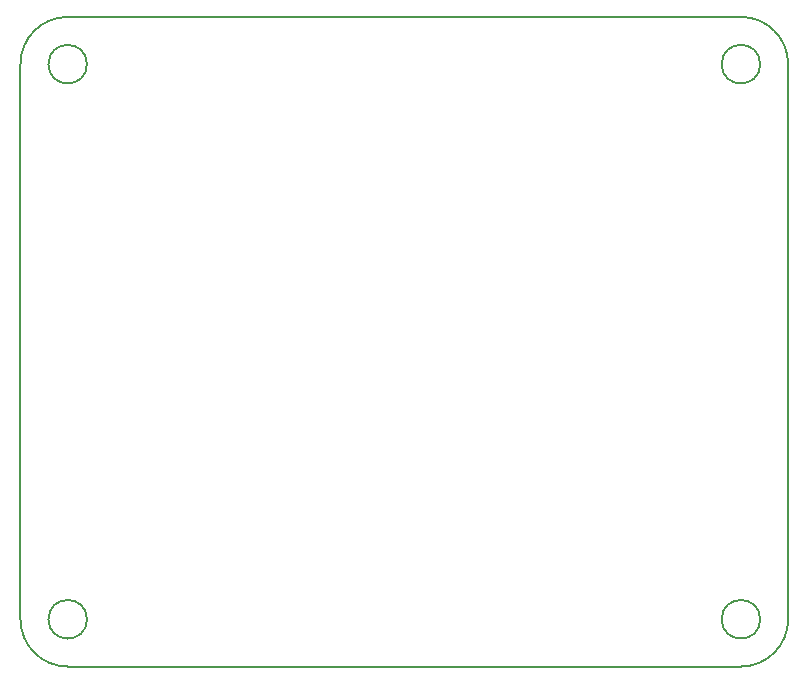
<source format=gm1>
G04 #@! TF.GenerationSoftware,KiCad,Pcbnew,5.0.0-fee4fd1~66~ubuntu16.04.1*
G04 #@! TF.CreationDate,2019-02-11T22:50:48-05:00*
G04 #@! TF.ProjectId,AIR_Control_Board,4149525F436F6E74726F6C5F426F6172,rev?*
G04 #@! TF.SameCoordinates,Original*
G04 #@! TF.FileFunction,Profile,NP*
%FSLAX46Y46*%
G04 Gerber Fmt 4.6, Leading zero omitted, Abs format (unit mm)*
G04 Created by KiCad (PCBNEW 5.0.0-fee4fd1~66~ubuntu16.04.1) date Mon Feb 11 22:50:48 2019*
%MOMM*%
%LPD*%
G01*
G04 APERTURE LIST*
%ADD10C,0.200000*%
G04 APERTURE END LIST*
D10*
X124016000Y-86868000D02*
G75*
G02X128016000Y-82868000I4000000J0D01*
G01*
X186647950Y-133868000D02*
G75*
G03X186647950Y-133868000I-1631950J0D01*
G01*
X129647950Y-86868000D02*
G75*
G03X129647950Y-86868000I-1631950J0D01*
G01*
X185016000Y-82868000D02*
G75*
G02X189016000Y-86868000I0J-4000000D01*
G01*
X186647950Y-86868000D02*
G75*
G03X186647950Y-86868000I-1631950J0D01*
G01*
X129647950Y-133868000D02*
G75*
G03X129647950Y-133868000I-1631950J0D01*
G01*
X185016000Y-82868000D02*
X128016000Y-82868000D01*
X185016000Y-137868000D02*
X128016000Y-137868000D01*
X124016000Y-86868000D02*
X124016000Y-133868000D01*
X189016000Y-133868000D02*
G75*
G02X185016000Y-137868000I-4000000J0D01*
G01*
X128016000Y-137868000D02*
G75*
G02X124016000Y-133868000I0J4000000D01*
G01*
X189016000Y-86868000D02*
X189016000Y-133868000D01*
M02*

</source>
